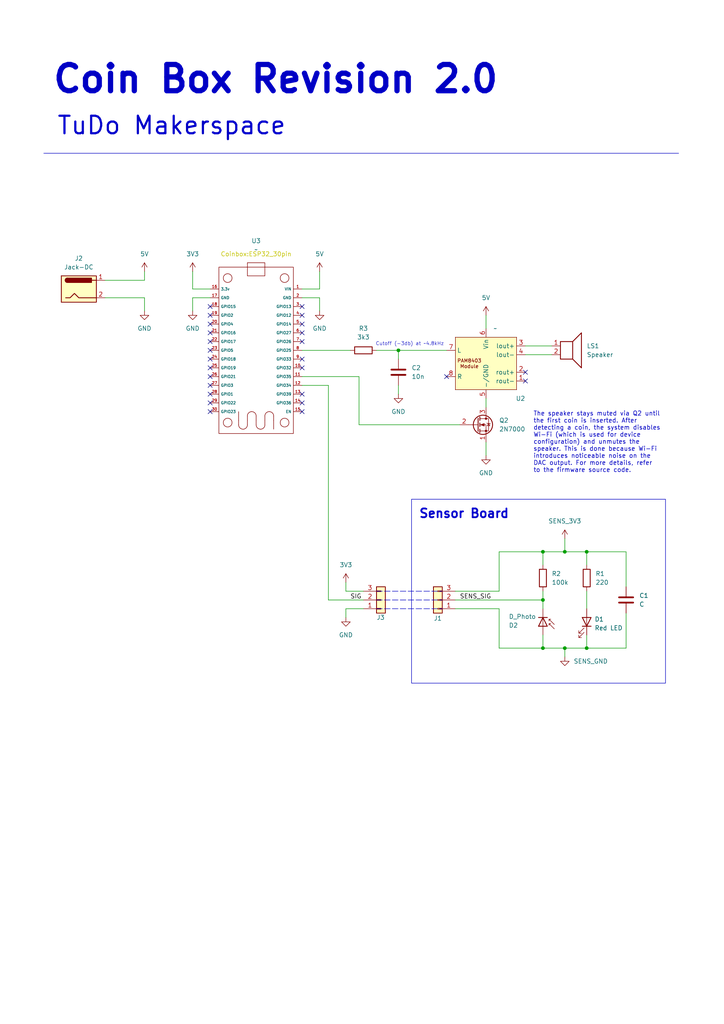
<source format=kicad_sch>
(kicad_sch (version 20250114) (generator "eeschema") (generator_version "9.0")
  (paper "A4" portrait)
  (title_block (title "Coin Box") (date "2025-07-20") (rev "2.0") (company "TuDo Makerspace"))
  (lib_symbols
    (symbol "CoinBoxV2Lib:ESP32_30Pin"
      (property "Reference" "U" (at 0 0 0))
      (property "Footprint" "ESP32_30pin" (at 0 -2.54 0))
      (symbol "ESP32_30Pin_0_1"
        (rectangle (start -24.13 10.795) (end 24.13 -10.795))
        (polyline (pts (xy -21.59 5.08) (xy -20.32 5.08)))
        (polyline (pts (xy -21.59 2.54) (xy -20.32 2.54)))
        (polyline (pts (xy -21.59 0) (xy -20.32 0)))
        (polyline (pts (xy -21.59 -2.54) (xy -20.32 -2.54)))
        (arc (start -21.5975 2.5325) (mid -22.4933 2.9067) (end -22.8675 3.8025))
        (arc (start -21.5975 -2.5475) (mid -22.4933 -2.1733) (end -22.8675 -1.2775))
        (arc (start -22.86 3.81) (mid -22.4873 4.7073) (end -21.59 5.08))
        (arc (start -22.86 -1.27) (mid -22.4873 -0.3727) (end -21.59 0))
        (circle (center -20.955 8.255) (radius 1.27))
        (circle (center -20.955 -8.255) (radius 1.27))
        (polyline (pts (xy -20.32 5.08) (xy -17.78 5.08)))
        (polyline (pts (xy -20.32 -5.08) (xy -22.86 -5.08)))
        (arc (start -17.7775 1.2675) (mid -18.1502 0.3702) (end -19.0475 -0.0025))
        (arc (start -17.7775 -3.8125) (mid -18.1502 -4.7098) (end -19.0475 -5.0825))
        (arc (start -19.04 2.545) (mid -18.1442 2.1708) (end -17.77 1.275))
        (arc (start -19.04 -2.535) (mid -18.1442 -2.9092) (end -17.77 -3.805))
        (polyline (pts (xy -19.0475 2.5375) (xy -20.3175 2.5375)))
        (polyline (pts (xy -19.0475 -0.0025) (xy -20.3175 -0.0025)))
        (polyline (pts (xy -19.0475 -2.5425) (xy -20.3175 -2.5425)))
        (polyline (pts (xy -19.0475 -5.0825) (xy -20.3175 -5.0825)))
        (circle (center 20.955 8.255) (radius 1.27))
        (circle (center 20.955 -8.255) (radius 1.27))
        (rectangle (start 21.59 2.54) (end 25.4 -2.54))
      )
      (symbol "ESP32_30Pin_1_1"
        (pin bidirectional line (at -17.78 13.335 270) (length 2.54) (name "GPIO23") (number "30"))
        (pin bidirectional line (at -17.78 -13.335 90) (length 2.54) (name "EN") (number "15"))
        (pin bidirectional line (at -15.24 13.335 270) (length 2.54) (name "GPIO22") (number "29"))
        (pin bidirectional line (at -15.24 -13.335 90) (length 2.54) (name "GPIO36") (number "14"))
        (pin bidirectional line (at -12.7 13.335 270) (length 2.54) (name "GPIO1") (number "28"))
        (pin bidirectional line (at -12.7 -13.335 90) (length 2.54) (name "GPIO39") (number "13"))
        (pin bidirectional line (at -10.16 13.335 270) (length 2.54) (name "GPIO3") (number "27"))
        (pin bidirectional line (at -10.16 -13.335 90) (length 2.54) (name "GPIO34") (number "12"))
        (pin bidirectional line (at -7.62 13.335 270) (length 2.54) (name "GPIO21") (number "26"))
        (pin bidirectional line (at -7.62 -13.335 90) (length 2.54) (name "GPIO35") (number "11"))
        (pin bidirectional line (at -5.08 13.335 270) (length 2.54) (name "GPIO19") (number "25"))
        (pin bidirectional line (at -5.08 -13.335 90) (length 2.54) (name "GPIO32") (number "10"))
        (pin bidirectional line (at -2.54 13.335 270) (length 2.54) (name "GPIO18") (number "24"))
        (pin bidirectional line (at -2.54 -13.335 90) (length 2.54) (name "GPIO33") (number "9"))
        (pin bidirectional line (at 0 13.335 270) (length 2.54) (name "GPIO5") (number "23"))
        (pin bidirectional line (at 0 -13.335 90) (length 2.54) (name "GPIO25") (number "8"))
        (pin bidirectional line (at 2.54 13.335 270) (length 2.54) (name "GPIO17") (number "22"))
        (pin bidirectional line (at 2.54 -13.335 90) (length 2.54) (name "GPIO26") (number "7"))
        (pin bidirectional line (at 5.08 13.335 270) (length 2.54) (name "GPIO16") (number "21"))
        (pin bidirectional line (at 5.08 -13.335 90) (length 2.54) (name "GPIO27") (number "6"))
        (pin bidirectional line (at 7.62 13.335 270) (length 2.54) (name "GPIO4") (number "20"))
        (pin bidirectional line (at 7.62 -13.335 90) (length 2.54) (name "GPIO14") (number "5"))
        (pin bidirectional line (at 10.16 13.335 270) (length 2.54) (name "GPIO2") (number "19"))
        (pin bidirectional line (at 10.16 -13.335 90) (length 2.54) (name "GPIO12") (number "4"))
        (pin bidirectional line (at 12.7 13.335 270) (length 2.54) (name "GPIO15") (number "18"))
        (pin bidirectional line (at 12.7 -13.335 90) (length 2.54) (name "GPIO13") (number "3"))
        (pin power_in line (at 15.24 13.335 270) (length 2.54) (name "GND") (number "17"))
        (pin bidirectional line (at 15.24 -13.335 90) (length 2.54) (name "GND") (number "2"))
        (pin output line (at 17.78 13.335 270) (length 2.54) (name "3.3v") (number "16"))
        (pin power_out line (at 17.78 -13.335 90) (length 2.54) (name "VIN") (number "1"))
      )
    )
    (symbol "CoinBoxV2Lib:PAM8403_Breakout"
      (property "Reference" "U" (at 7.62 -9.652 0))
      (symbol "PAM8403_Breakout_1_1"
        (rectangle (start -8.89 7.62) (end 8.89 -7.62) (fill (type color) (color 255 255 194 1)))
        (text "PAM8403\nModule" (at -4.826 0 0) (effects (font (size 1.016 1.016))))
        (pin input line (at -11.43 3.81 0) (length 2.54) (name "L") (number "7"))
        (pin input line (at -11.43 -3.81 0) (length 2.54) (name "R") (number "8"))
        (pin power_in line (at 0 10.16 270) (length 2.54) (name "Vin") (number "6"))
        (pin power_out line (at 0 -10.16 90) (length 2.54) (name "-/GND") (number "5"))
        (pin output line (at 11.43 5.08 180) (length 2.54) (name "lout+") (number "3"))
        (pin output line (at 11.43 2.54 180) (length 2.54) (name "lout-") (number "4"))
        (pin output line (at 11.43 -2.54 180) (length 2.54) (name "rout+") (number "2"))
        (pin output line (at 11.43 -5.08 180) (length 2.54) (name "rout-") (number "1"))
      )
    )
    (symbol "Connector:Jack-DC" (pin_names (offset 1.016))
      (property "Reference" "J" (at 0 5.334 0))
      (property "Value" "Jack-DC" (at 0 -5.08 0))
      (symbol "Jack-DC_0_1"
        (rectangle (start -5.08 3.81) (end 5.08 -3.81) (stroke (width 0.254)) (fill (type background)))
        (polyline (pts (xy -3.81 -2.54) (xy -2.54 -2.54) (xy -1.27 -1.27) (xy 0 -2.54) (xy 2.54 -2.54) (xy 5.08 -2.54)) (stroke (width 0.254)))
        (arc (start -3.302 1.905) (mid -3.9343 2.54) (end -3.302 3.175) (stroke (width 0.254)))
        (arc (start -3.302 1.905) (mid -3.9343 2.54) (end -3.302 3.175) (stroke (width 0.254)) (fill (type outline)))
        (rectangle (start 3.683 3.175) (end -3.302 1.905) (stroke (width 0.254)) (fill (type outline)))
        (polyline (pts (xy 5.08 2.54) (xy 3.81 2.54)) (stroke (width 0.254)))
      )
      (symbol "Jack-DC_1_1"
        (pin passive line (at 7.62 2.54 180) (length 2.54) (name "~") (number "1"))
        (pin passive line (at 7.62 -2.54 180) (length 2.54) (name "~") (number "2"))
      )
    )
    (symbol "Connector_Generic:Conn_01x03" (pin_names (offset 1.016) (hide yes))
      (property "Reference" "J" (at 0 5.08 0))
      (property "Value" "Conn_01x03" (at 0 -5.08 0))
      (symbol "Conn_01x03_1_1"
        (rectangle (start -1.27 3.81) (end 1.27 -3.81) (stroke (width 0.254)) (fill (type background)))
        (rectangle (start -1.27 2.667) (end 0 2.413) (stroke (width 0.1524)))
        (rectangle (start -1.27 0.127) (end 0 -0.127) (stroke (width 0.1524)))
        (rectangle (start -1.27 -2.413) (end 0 -2.667) (stroke (width 0.1524)))
        (pin passive line (at -5.08 2.54 0) (length 3.81) (name "Pin_1") (number "1"))
        (pin passive line (at -5.08 0 0) (length 3.81) (name "Pin_2") (number "2"))
        (pin passive line (at -5.08 -2.54 0) (length 3.81) (name "Pin_3") (number "3"))
      )
    )
    (symbol "Device:C" (pin_numbers (hide yes)) (pin_names (offset 0.254))
      (property "Reference" "C" (at 0.635 2.54 0))
      (property "Value" "C" (at 0.635 -2.54 0))
      (symbol "C_0_1"
        (polyline (pts (xy -2.032 0.762) (xy 2.032 0.762)) (stroke (width 0.508)))
        (polyline (pts (xy -2.032 -0.762) (xy 2.032 -0.762)) (stroke (width 0.508)))
      )
      (symbol "C_1_1"
        (pin passive line (at 0 3.81 270) (length 2.794) (name "~") (number "1"))
        (pin passive line (at 0 -3.81 90) (length 2.794) (name "~") (number "2"))
      )
    )
    (symbol "Device:D_Photo" (pin_numbers (hide yes)) (pin_names (hide yes))
      (property "Reference" "D" (at 0.508 1.778 0))
      (property "Value" "D_Photo" (at -1.016 -2.794 0))
      (symbol "D_Photo_0_1"
        (polyline (pts (xy -2.54 1.27) (xy -2.54 -1.27)) (stroke (width 0.254)))
        (polyline (pts (xy -2.032 1.778) (xy -1.524 1.778)))
        (polyline (pts (xy -0.508 3.302) (xy -2.032 1.778) (xy -2.032 2.286)))
        (polyline (pts (xy 0 0) (xy -2.54 0)))
        (polyline (pts (xy 0 -1.27) (xy 0 1.27) (xy -2.54 0) (xy 0 -1.27)) (stroke (width 0.254)))
        (polyline (pts (xy 0.762 3.302) (xy -0.762 1.778) (xy -0.762 2.286) (xy -0.762 1.778) (xy -0.254 1.778)))
      )
      (symbol "D_Photo_1_1"
        (pin passive line (at -5.08 0 0) (length 2.54) (name "K") (number "1"))
        (pin passive line (at 2.54 0 180) (length 2.54) (name "A") (number "2"))
      )
    )
    (symbol "Device:LED" (pin_numbers (hide yes)) (pin_names (offset 1.016) (hide yes))
      (property "Reference" "D" (at 0 2.54 0))
      (property "Value" "LED" (at 0 -2.54 0))
      (symbol "LED_0_1"
        (polyline (pts (xy -3.048 -0.762) (xy -4.572 -2.286) (xy -3.81 -2.286) (xy -4.572 -2.286) (xy -4.572 -1.524)))
        (polyline (pts (xy -1.778 -0.762) (xy -3.302 -2.286) (xy -2.54 -2.286) (xy -3.302 -2.286) (xy -3.302 -1.524)))
        (polyline (pts (xy -1.27 0) (xy 1.27 0)))
        (polyline (pts (xy -1.27 -1.27) (xy -1.27 1.27)) (stroke (width 0.254)))
        (polyline (pts (xy 1.27 -1.27) (xy 1.27 1.27) (xy -1.27 0) (xy 1.27 -1.27)) (stroke (width 0.254)))
      )
      (symbol "LED_1_1"
        (pin passive line (at -3.81 0 0) (length 2.54) (name "K") (number "1"))
        (pin passive line (at 3.81 0 180) (length 2.54) (name "A") (number "2"))
      )
    )
    (symbol "Device:R" (pin_numbers (hide yes)) (pin_names (offset 0))
      (property "Reference" "R" (at 2.032 0 90))
      (property "Value" "R" (at 0 0 90))
      (symbol "R_0_1"
        (rectangle (start -1.016 -2.54) (end 1.016 2.54) (stroke (width 0.254)))
      )
      (symbol "R_1_1"
        (pin passive line (at 0 3.81 270) (length 1.27) (name "~") (number "1"))
        (pin passive line (at 0 -3.81 90) (length 1.27) (name "~") (number "2"))
      )
    )
    (symbol "Device:Speaker" (pin_names (offset 0) (hide yes))
      (property "Reference" "LS" (at 1.27 5.715 0))
      (property "Value" "Speaker" (at 1.27 3.81 0))
      (symbol "Speaker_0_0"
        (rectangle (start -2.54 1.27) (end 1.016 -3.81) (stroke (width 0.254)))
        (polyline (pts (xy 1.016 1.27) (xy 3.556 3.81) (xy 3.556 -6.35) (xy 1.016 -3.81)) (stroke (width 0.254)))
      )
      (symbol "Speaker_1_1"
        (pin input line (at -5.08 0 0) (length 2.54) (name "1") (number "1"))
        (pin input line (at -5.08 -2.54 0) (length 2.54) (name "2") (number "2"))
      )
    )
    (symbol "Transistor_FET:2N7000" (pin_names (hide yes))
      (property "Reference" "Q" (at 5.08 1.905 0))
      (property "Value" "2N7000" (at 5.08 0 0))
      (symbol "2N7000_0_1"
        (polyline (pts (xy 0.254 1.905) (xy 0.254 -1.905)) (stroke (width 0.254)))
        (polyline (pts (xy 0.254 0) (xy -2.54 0)))
        (polyline (pts (xy 0.762 2.286) (xy 0.762 1.27)) (stroke (width 0.254)))
        (polyline (pts (xy 0.762 0.508) (xy 0.762 -0.508)) (stroke (width 0.254)))
        (polyline (pts (xy 0.762 -1.27) (xy 0.762 -2.286)) (stroke (width 0.254)))
        (polyline (pts (xy 0.762 -1.778) (xy 3.302 -1.778) (xy 3.302 1.778) (xy 0.762 1.778)))
        (polyline (pts (xy 1.016 0) (xy 2.032 0.381) (xy 2.032 -0.381) (xy 1.016 0)) (fill (type outline)))
        (circle (center 1.651 0) (radius 2.794) (stroke (width 0.254)))
        (polyline (pts (xy 2.54 2.54) (xy 2.54 1.778)))
        (circle (center 2.54 1.778) (radius 0.254) (fill (type outline)))
        (circle (center 2.54 -1.778) (radius 0.254) (fill (type outline)))
        (polyline (pts (xy 2.54 -2.54) (xy 2.54 0) (xy 0.762 0)))
        (polyline (pts (xy 2.794 0.508) (xy 2.921 0.381) (xy 3.683 0.381) (xy 3.81 0.254)))
        (polyline (pts (xy 3.302 0.381) (xy 2.921 -0.254) (xy 3.683 -0.254) (xy 3.302 0.381)))
      )
      (symbol "2N7000_1_1"
        (pin input line (at -5.08 0 0) (length 2.54) (name "G") (number "2"))
        (pin passive line (at 2.54 5.08 270) (length 2.54) (name "D") (number "3"))
        (pin passive line (at 2.54 -5.08 90) (length 2.54) (name "S") (number "1"))
      )
    )
    (symbol "power:GND" (power) (pin_numbers (hide yes)) (pin_names (offset 0) (hide yes))
      (property "Value" "GND" (at 0 -3.81 0))
      (symbol "GND_0_1"
        (polyline (pts (xy 0 0) (xy 0 -1.27) (xy 1.27 -1.27) (xy 0 -2.54) (xy -1.27 -1.27) (xy 0 -1.27)))
      )
      (symbol "GND_1_1"
        (pin power_in line (at 0 0 270) (length 0) (name "~") (number "1"))
      )
    )
    (symbol "power:VCC" (power) (pin_numbers (hide yes)) (pin_names (offset 0) (hide yes))
      (property "Value" "VCC" (at 0 3.556 0))
      (symbol "VCC_0_1"
        (polyline (pts (xy -0.762 1.27) (xy 0 2.54)))
        (polyline (pts (xy 0 2.54) (xy 0.762 1.27)))
        (polyline (pts (xy 0 0) (xy 0 2.54)))
      )
      (symbol "VCC_1_1"
        (pin power_in line (at 0 0 90) (length 0) (name "~") (number "1"))
      )
    )
  )
  (rectangle (start 119.38 144.78) (end 193.04 198.12))
  (polyline (pts (xy 167.0769 22.1962) (xy 169.9662 22.7917) (xy 170.8928 23.0134) (xy 171.1379 23.09) (xy 171.1949 23.1178) (xy 171.2039 23.1378) (xy 171.1876 23.1577) (xy 171.1707 23.185) (xy 171.1355 23.2598) (xy 171.0988 23.3579) (xy 171.0612 23.4752) (xy 170.9858 23.7503) (xy 170.9137 24.0511) (xy 170.8497 24.344) (xy 170.7982 24.595) (xy 170.7515 24.8364) (xy 168.9973 25.0071) (xy 169.0059 25.3978) (xy 168.9941 26.0401) (xy 168.9328 27.7053) (xy 168.8267 29.9363) (xy 167.1241 30.6149) (xy 167.0551 29.7131) (xy 166.9773 28.8951) (xy 166.8926 28.1576) (xy 166.8027 27.497) (xy 166.7096 26.9096) (xy 166.6149 26.392) (xy 166.4285 25.5518) (xy 166.2581 24.9478) (xy 166.1184 24.5517) (xy 165.989 24.2689) (xy 164.0681 23.7609) (xy 162.8219 21.3797) (xy 167.0769 22.1962)) (stroke (width -0.0001) (type solid)) (fill (type outline)))
  (polyline (pts (xy 190.25 28.0868) (xy 186.2376 33.1708) (xy 180.6575 31.4166) (xy 172.5255 32.6747) (xy 172.5046 32.7334) (xy 172.4794 32.7875) (xy 172.4501 32.837) (xy 172.4171 32.8819) (xy 172.3807 32.9224) (xy 172.3413 32.9584) (xy 172.2991 32.99) (xy 172.2546 33.0173) (xy 172.208 33.0402) (xy 172.1597 33.059) (xy 172.11 33.0735) (xy 172.0593 33.0838) (xy 172.0078 33.09) (xy 171.956 33.0922) (xy 171.904 33.0903) (xy 171.8523 33.0845) (xy 171.8012 33.0747) (xy 171.7511 33.0611) (xy 171.7022 33.0436) (xy 171.6548 33.0223) (xy 171.6094 32.9973) (xy 171.5663 32.9685) (xy 171.5257 32.9362) (xy 171.488 32.9002) (xy 171.4536 32.8607) (xy 171.4227 32.8176) (xy 171.3957 32.7711) (xy 171.373 32.7212) (xy 171.3548 32.6679) (xy 171.3415 32.6112) (xy 171.3335 32.5513) (xy 171.3311 32.4917) (xy 171.7308 32.4917) (xy 171.7316 32.5122) (xy 171.7341 32.5325) (xy 171.7382 32.5525) (xy 171.744 32.572) (xy 171.7514 32.5909) (xy 171.7605 32.6089) (xy 171.7712 32.6258) (xy 171.7836 32.6417) (xy 171.7977 32.6562) (xy 171.8133 32.6692) (xy 171.8307 32.6805) (xy 171.8497 32.69) (xy 171.8703 32.6975) (xy 171.8926 32.7029) (xy 171.9165 32.7059) (xy 171.9421 32.7065) (xy 171.9677 32.7056) (xy 171.9917 32.7022) (xy 172.0139 32.6965) (xy 172.0346 32.6887) (xy 172.0536 32.6789) (xy 172.0709 32.6673) (xy 172.0866 32.6541) (xy 172.1006 32.6394) (xy 172.113 32.6234) (xy 172.1237 32.6063) (xy 172.1328 32.5882) (xy 172.1403 32.5692) (xy 172.146 32.5497) (xy 172.1502 32.5296) (xy 172.1526 32.5092) (xy 172.1535 32.4887) (xy 172.1526 32.4682) (xy 172.1502 32.4478) (xy 172.146 32.4278) (xy 172.1403 32.4083) (xy 172.1328 32.3895) (xy 172.1237 32.3715) (xy 172.113 32.3545) (xy 172.1006 32.3387) (xy 172.0866 32.3242) (xy 172.0709 32.3112) (xy 172.0536 32.2999) (xy 172.0346 32.2903) (xy 172.0139 32.2828) (xy 171.9917 32.2775) (xy 171.9677 32.2744) (xy 171.9421 32.2739) (xy 171.9165 32.2748) (xy 171.8926 32.2782) (xy 171.8703 32.2838) (xy 171.8497 32.2916) (xy 171.8307 32.3014) (xy 171.8133 32.313) (xy 171.7977 32.3262) (xy 171.7836 32.3409) (xy 171.7712 32.3569) (xy 171.7605 32.374) (xy 171.7514 32.3922) (xy 171.744 32.4111) (xy 171.7382 32.4307) (xy 171.7341 32.4507) (xy 171.7316 32.4711) (xy 171.7308 32.4917) (xy 171.3311 32.4917) (xy 171.3309 32.4882) (xy 171.3323 32.4268) (xy 171.3393 32.3684) (xy 171.3516 32.3131) (xy 171.3687 32.2609) (xy 171.3905 32.2118) (xy 171.4165 32.166) (xy 171.4465 32.1234) (xy 171.4801 32.0841) (xy 171.5169 32.0482) (xy 171.5568 32.0158) (xy 171.5992 31.9868) (xy 171.644 31.9613) (xy 171.6907 31.9395) (xy 171.7391 31.9212) (xy 171.7888 31.9067) (xy 171.8394 31.8959) (xy 171.8908 31.8888) (xy 171.9425 31.8856) (xy 171.9941 31.8864) (xy 172.0455 31.891) (xy 172.0962 31.8997) (xy 172.146 31.9124) (xy 172.1944 31.9292) (xy 172.2412 31.9502) (xy 172.2861 31.9754) (xy 172.3286 32.0048) (xy 172.3686 32.0386) (xy 172.4056 32.0767) (xy 172.4393 32.1192) (xy 172.4694 32.1662) (xy 172.4956 32.2178) (xy 172.5176 32.2739) (xy 180.6892 31.0078) (xy 186.0947 32.7104) (xy 189.8372 27.9598) (xy 189.103 19.5818) (xy 183.0507 21.6059) (xy 183.0563 21.6829) (xy 183.0541 21.7554) (xy 183.0447 21.8235) (xy 183.0284 21.887) (xy 183.0059 21.9459) (xy 182.9776 22.0002) (xy 182.9439 22.0499) (xy 182.9055 22.0949) (xy 182.8627 22.1352) (xy 182.8162 22.1707) (xy 182.7663 22.2015) (xy 182.7136 22.2275) (xy 182.6586 22.2486) (xy 182.6018 22.2648) (xy 182.5436 22.2762) (xy 182.4846 22.2825) (xy 182.4253 22.284) (xy 182.3661 22.2804) (xy 182.3076 22.2717) (xy 182.2502 22.258) (xy 182.1945 22.2392) (xy 182.1409 22.2152) (xy 182.09 22.1861) (xy 182.0422 22.1517) (xy 181.998 22.1121) (xy 181.958 22.0672) (xy 181.9225 22.017) (xy 181.8923 21.9615) (xy 181.8676 21.9006) (xy 181.849 21.8343) (xy 181.8371 21.7625) (xy 181.8325 21.6887) (xy 182.2361 21.6887) (xy 182.2369 21.7092) (xy 182.2394 21.7296) (xy 182.2435 21.7496) (xy 182.2493 21.7691) (xy 182.2567 21.7879) (xy 182.2658 21.8059) (xy 182.2765 21.8229) (xy 182.2889 21.8387) (xy 182.3029 21.8532) (xy 182.3186 21.8662) (xy 182.336 21.8776) (xy 182.3549 21.8871) (xy 182.3756 21.8946) (xy 182.3979 21.8999) (xy 182.4218 21.903) (xy 182.4474 21.9035) (xy 182.473 21.903) (xy 182.4969 21.8999) (xy 182.5192 21.8946) (xy 182.5399 21.8871) (xy 182.5589 21.8776) (xy 182.5762 21.8662) (xy 182.5919 21.8532) (xy 182.6059 21.8387) (xy 182.6183 21.8229) (xy 182.629 21.8059) (xy 182.6381 21.7879) (xy 182.6455 21.7691) (xy 182.6513 21.7496) (xy 182.6554 21.7296) (xy 182.6579 21.7092) (xy 182.6587 21.6887) (xy 182.6579 21.6682) (xy 182.6554 21.6478) (xy 182.6513 21.6277) (xy 182.6455 21.6082) (xy 182.6381 21.5892) (xy 182.629 21.5711) (xy 182.6183 21.554) (xy 182.6059 21.538) (xy 182.5919 21.5233) (xy 182.5762 21.5101) (xy 182.5589 21.4985) (xy 182.5399 21.4887) (xy 182.5192 21.4809) (xy 182.4969 21.4752) (xy 182.473 21.4719) (xy 182.4474 21.4709) (xy 182.4218 21.4719) (xy 182.3979 21.4752) (xy 182.3756 21.4809) (xy 182.3549 21.4887) (xy 182.336 21.4985) (xy 182.3186 21.5101) (xy 182.3029 21.5233) (xy 182.2889 21.538) (xy 182.2765 21.554) (xy 182.2658 21.5711) (xy 182.2567 21.5892) (xy 182.2493 21.6082) (xy 182.2435 21.6277) (xy 182.2394 21.6478) (xy 182.2369 21.6682) (xy 182.2361 21.6887) (xy 181.8325 21.6887) (xy 181.8322 21.6852) (xy 181.8328 21.6368) (xy 181.8373 21.5899) (xy 181.8457 21.5444) (xy 181.8576 21.5006) (xy 181.8729 21.4585) (xy 181.8914 21.4181) (xy 181.9129 21.3796) (xy 181.9372 21.343) (xy 181.9642 21.3084) (xy 181.9936 21.2759) (xy 182.0253 21.2456) (xy 182.059 21.2175) (xy 182.0947 21.1917) (xy 182.1319 21.1683) (xy 182.1707 21.1475) (xy 182.2108 21.1291) (xy 182.2519 21.1134) (xy 182.294 21.1005) (xy 182.3368 21.0903) (xy 182.3802 21.083) (xy 182.4238 21.0787) (xy 182.4677 21.0774) (xy 182.5114 21.0792) (xy 182.555 21.0842) (xy 182.5981 21.0924) (xy 182.6406 21.1041) (xy 182.6823 21.1191) (xy 182.723 21.1377) (xy 182.7626 21.1599) (xy 182.8007 21.1857) (xy 182.8373 21.2153) (xy 182.8721 21.2487) (xy 189.4602 19.05) (xy 190.25 28.0868)) (stroke (width -0.0001) (type solid)) (fill (type outline)))
  (polyline (pts (xy 186.7018 21.7532) (xy 186.8445 21.7838) (xy 186.9756 21.8239) (xy 187.0963 21.8777) (xy 187.2076 21.9493) (xy 187.2602 21.9929) (xy 187.3109 22.0425) (xy 187.3599 22.0985) (xy 187.4074 22.1615) (xy 187.4981 22.3103) (xy 187.5844 22.4928) (xy 187.6674 22.7132) (xy 187.7483 22.9753) (xy 187.8283 23.2834) (xy 187.9087 23.6413) (xy 187.9905 24.0531) (xy 188.0751 24.5229) (xy 188.212 25.2752) (xy 188.2895 25.9804) (xy 188.3114 26.6389) (xy 188.2812 27.2514) (xy 188.2026 27.8185) (xy 188.0792 28.3407) (xy 187.9148 28.8188) (xy 187.7129 29.2533) (xy 187.4773 29.6447) (xy 187.2116 29.9938) (xy 186.9194 30.301) (xy 186.6045 30.567) (xy 186.2704 30.7925) (xy 185.9208 30.9779) (xy 185.5594 31.1239) (xy 185.1898 31.2311) (xy 184.8157 31.3001) (xy 184.4408 31.3315) (xy 184.0686 31.3258) (xy 183.703 31.2838) (xy 183.3474 31.206) (xy 183.0056 31.0929) (xy 182.6812 30.9453) (xy 182.378 30.7636) (xy 182.0994 30.5486) (xy 181.8493 30.3007) (xy 181.6312 30.0207) (xy 181.4488 29.709) (xy 181.3058 29.3663) (xy 181.2059 28.9932) (xy 181.1526 28.5904) (xy 181.1496 28.1583) (xy 181.0424 28.2901) (xy 180.901 28.4354) (xy 180.7299 28.592) (xy 180.5337 28.7576) (xy 180.3168 28.9299) (xy 180.084 29.1067) (xy 179.5884 29.4645) (xy 179.0834 29.8128) (xy 178.6052 30.1334) (xy 177.8754 30.6189) (xy 177.8168 30.656) (xy 177.7578 30.6894) (xy 177.6986 30.7193) (xy 177.6394 30.7457) (xy 177.5802 30.7689) (xy 177.5213 30.789) (xy 177.4628 30.8063) (xy 177.4048 30.8208) (xy 177.3475 30.8327) (xy 177.2909 30.8422) (xy 177.2354 30.8495) (xy 177.1809 30.8548) (xy 177.1277 30.8581) (xy 177.0759 30.8598) (xy 176.977 30.8585) (xy 176.8854 30.8524) (xy 176.8023 30.8427) (xy 176.7287 30.8309) (xy 176.666 30.8181) (xy 176.6152 30.8059) (xy 176.5774 30.7955) (xy 176.5459 30.7856) (xy 175.4584 25.9398) (xy 177.5341 25.9398) (xy 178.3556 28.2694) (xy 178.725 28.1686) (xy 179.0522 28.0679) (xy 179.3389 27.9676) (xy 179.5868 27.8677) (xy 179.7974 27.7684) (xy 179.9726 27.67) (xy 180.1139 27.5725) (xy 180.223 27.4762) (xy 180.3017 27.3812) (xy 180.3515 27.2877) (xy 180.3742 27.1958) (xy 180.3714 27.1057) (xy 180.3447 27.0176) (xy 180.2959 26.9316) (xy 180.2267 26.8479) (xy 180.1386 26.7667) (xy 180.0334 26.6882) (xy 179.9127 26.6124) (xy 179.6316 26.47) (xy 179.3087 26.3408) (xy 179.1255 26.2811) (xy 183.2808 26.2811) (xy 183.2877 26.3802) (xy 183.3064 26.4774) (xy 183.3362 26.5724) (xy 183.3765 26.6651) (xy 183.4267 26.7554) (xy 183.4861 26.8429) (xy 183.5541 26.9277) (xy 183.6301 27.0095) (xy 183.7134 27.0882) (xy 183.8033 27.1635) (xy 183.8992 27.2354) (xy 184.0005 27.3036) (xy 184.2167 27.4284) (xy 184.4467 27.5367) (xy 184.6853 27.627) (xy 184.9274 27.6981) (xy 185.1679 27.7487) (xy 185.4016 27.7773) (xy 185.5144 27.783) (xy 185.6235 27.7828) (xy 185.7283 27.7763) (xy 185.8283 27.7636) (xy 185.9226 27.7444) (xy 186.0108 27.7186) (xy 186.0922 27.6859) (xy 186.1661 27.6463) (xy 186.225 27.587) (xy 186.2767 27.5183) (xy 186.3212 27.441) (xy 186.3588 27.3557) (xy 186.3894 27.2633) (xy 186.4132 27.1644) (xy 186.4303 27.0599) (xy 186.4408 26.9505) (xy 186.4448 26.8369) (xy 186.4423 26.7199) (xy 186.4335 26.6002) (xy 186.4185 26.4785) (xy 186.3974 26.3558) (xy 186.3702 26.2326) (xy 186.3371 26.1097) (xy 186.2981 25.9879) (xy 186.2534 25.8679) (xy 186.203 25.7505) (xy 186.1471 25.6364) (xy 186.0857 25.5264) (xy 186.019 25.4212) (xy 185.9471 25.3216) (xy 185.8699 25.2283) (xy 185.7877 25.1421) (xy 185.7006 25.0637) (xy 185.6085 24.9939) (xy 185.5117 24.9333) (xy 185.4103 24.8829) (xy 185.3042 24.8433) (xy 185.1937 24.8152) (xy 185.0788 24.7994) (xy 184.9596 24.7968) (xy 184.8857 24.8016) (xy 184.8115 24.8101) (xy 184.7372 24.8221) (xy 184.6629 24.8376) (xy 184.5887 24.8564) (xy 184.5149 24.8785) (xy 184.4417 24.9038) (xy 184.3691 24.9321) (xy 184.2975 24.9634) (xy 184.2268 24.9976) (xy 184.1574 25.0346) (xy 184.0894 25.0742) (xy 184.0229 25.1164) (xy 183.9582 25.1611) (xy 183.8953 25.2082) (xy 183.8345 25.2576) (xy 183.7759 25.3092) (xy 183.7197 25.3629) (xy 183.6661 25.4186) (xy 183.6153 25.4762) (xy 183.5673 25.5356) (xy 183.5225 25.5967) (xy 183.4809 25.6595) (xy 183.4427 25.7238) (xy 183.4081 25.7895) (xy 183.3773 25.8565) (xy 183.3504 25.9247) (xy 183.3276 25.9941) (xy 183.3091 26.0645) (xy 183.295 26.1359) (xy 183.2855 26.2081) (xy 183.2808 26.2811) (xy 179.1255 26.2811) (xy 178.9573 26.2262) (xy 178.5907 26.1274) (xy 178.2225 26.0459) (xy 177.8658 25.9829) (xy 177.5341 25.9398) (xy 175.4584 25.9398) (xy 175.006 23.9236) (xy 175.2582 24.0471) (xy 175.5103 24.1618) (xy 176.0125 24.3669) (xy 176.5105 24.543) (xy 177.0021 24.6938) (xy 177.4851 24.8233) (xy 177.9572 24.9355) (xy 178.8602 25.1232) (xy 179.6934 25.2882) (xy 180.0783 25.372) (xy 180.4392 25.4618) (xy 180.7738 25.5615) (xy 181.0799 25.6751) (xy 181.2217 25.7384) (xy 181.3555 25.8065) (xy 181.481 25.8801) (xy 181.5981 25.9596) (xy 181.7882 25.5327) (xy 181.9991 25.1178) (xy 182.2293 24.7172) (xy 182.4775 24.3327) (xy 182.7425 23.9663) (xy 183.0228 23.62) (xy 183.3171 23.2959) (xy 183.6241 22.9959) (xy 183.9425 22.7221) (xy 184.2709 22.4764) (xy 184.6079 22.2608) (xy 184.7793 22.165) (xy 184.9523 22.0774) (xy 185.1268 21.9984) (xy 185.3027 21.9281) (xy 185.4797 21.8669) (xy 185.6577 21.815) (xy 185.8366 21.7726) (xy 186.0161 21.74) (xy 186.1961 21.7174) (xy 186.3765 21.7051) (xy 186.7018 21.7532)) (stroke (width -0.0001) (type solid)) (fill (type outline)))
  (polyline (pts (xy 174.5258 24.5993) (xy 174.809 25.5615) (xy 175.0772 26.5139) (xy 175.3018 27.3749) (xy 175.3889 27.7457) (xy 175.4545 28.063) (xy 175.5515 28.6136) (xy 175.5896 28.8711) (xy 175.6174 29.1169) (xy 175.6323 29.351) (xy 175.6317 29.5736) (xy 175.6129 29.7847) (xy 175.596 29.886) (xy 175.5735 29.9844) (xy 175.5453 30.08) (xy 175.5109 30.1728) (xy 175.47 30.2628) (xy 175.4224 30.35) (xy 175.3676 30.4344) (xy 175.3055 30.516) (xy 175.2355 30.5949) (xy 175.1576 30.6711) (xy 175.0712 30.7445) (xy 174.9761 30.8151) (xy 174.8719 30.8831) (xy 174.7584 30.9483) (xy 174.6352 31.0109) (xy 174.502 31.0707) (xy 174.3585 31.1279) (xy 174.2043 31.1825) (xy 174.0573 31.2261) (xy 173.9073 31.2603) (xy 173.7549 31.2855) (xy 173.6003 31.3017) (xy 173.4439 31.3092) (xy 173.2861 31.3082) (xy 173.1273 31.299) (xy 172.9678 31.2817) (xy 172.808 31.2566) (xy 172.6483 31.2239) (xy 172.3305 31.1367) (xy 172.0174 31.0217) (xy 171.7119 30.8808) (xy 171.4171 30.7158) (xy 171.1358 30.5282) (xy 170.871 30.3201) (xy 170.6257 30.093) (xy 170.4028 29.8489) (xy 170.3007 29.7209) (xy 170.2053 29.5894) (xy 170.117 29.4544) (xy 170.0361 29.3163) (xy 169.9631 29.1752) (xy 169.8982 29.0314) (xy 169.823 28.8123) (xy 169.7604 28.5858) (xy 169.7098 28.3534) (xy 169.6703 28.1161) (xy 169.6412 27.8752) (xy 169.6216 27.632) (xy 169.6108 27.3878) (xy 169.608 27.1438) (xy 169.6124 26.9012) (xy 169.6232 26.6613) (xy 169.661 26.1946) (xy 169.7151 25.7536) (xy 169.7792 25.3484) (xy 171.5373 24.9357) (xy 171.5827 25.5081) (xy 171.6504 26.1036) (xy 171.694 26.403) (xy 171.7449 26.7) (xy 171.8036 26.9916) (xy 171.8707 27.2752) (xy 171.9467 27.5481) (xy 172.0322 27.8073) (xy 172.1277 28.0503) (xy 172.2338 28.2742) (xy 172.3511 28.4764) (xy 172.4801 28.6539) (xy 172.5492 28.7326) (xy 172.6214 28.8041) (xy 172.6969 28.8681) (xy 172.7756 28.9242) (xy 172.8395 28.9523) (xy 172.9049 28.9762) (xy 172.9714 28.996) (xy 173.0388 29.0118) (xy 173.1071 29.0236) (xy 173.176 29.0316) (xy 173.2452 29.0357) (xy 173.3147 29.0361) (xy 173.3842 29.0327) (xy 173.4536 29.0257) (xy 173.5226 29.0151) (xy 173.5911 29.0011) (xy 173.6589 28.9835) (xy 173.7258 28.9626) (xy 173.7915 28.9384) (xy 173.8561 28.9109) (xy 173.9191 28.8802) (xy 173.9805 28.8463) (xy 174.04 28.8094) (xy 174.0976 28.7695) (xy 174.1529 28.7266) (xy 174.2058 28.6809) (xy 174.2561 28.6323) (xy 174.3037 28.581) (xy 174.3482 28.527) (xy 174.3897 28.4704) (xy 174.4277 28.4112) (xy 174.4623 28.3495) (xy 174.4931 28.2853) (xy 174.5201 28.2188) (xy 174.5429 28.15) (xy 174.5615 28.0789) (xy 174.5564 27.9615) (xy 174.5364 27.8472) (xy 174.5026 27.7352) (xy 174.4558 27.6252) (xy 174.3972 27.5166) (xy 174.3277 27.4087) (xy 174.2482 27.3011) (xy 174.1597 27.1932) (xy 173.9598 26.9743) (xy 173.7357 26.7475) (xy 173.4953 26.5085) (xy 173.2464 26.2528) (xy 172.9967 25.976) (xy 172.8741 25.8284) (xy 172.7542 25.6738) (xy 172.6381 25.5118) (xy 172.5266 25.3417) (xy 172.4209 25.1631) (xy 172.3218 24.9753) (xy 172.2304 24.7778) (xy 172.1476 24.5701) (xy 172.0744 24.3517) (xy 172.0118 24.1219) (xy 171.9607 23.8802) (xy 171.9221 23.6261) (xy 171.8971 23.3589) (xy 171.8866 23.0783) (xy 171.942 23.0731) (xy 172.0251 23.0541) (xy 172.1319 23.0231) (xy 172.2582 22.9816) (xy 172.5531 22.8742) (xy 172.8773 22.7454) (xy 173.1978 22.6086) (xy 173.4822 22.4772) (xy 173.6006 22.4178) (xy 173.6976 22.3647) (xy 173.7693 22.3197) (xy 173.8114 22.2845) (xy 174.5258 24.5993)) (stroke (width -0.0001) (type solid)) (fill (type outline)))
  (polyline (pts (xy 171.3984 21.7607) (xy 173.5058 20.6851) (xy 175.002 22.3163) (xy 179.9392 23.8125) (xy 179.9639 23.7597) (xy 179.9924 23.7114) (xy 180.0245 23.6676) (xy 180.0598 23.6282) (xy 180.098 23.5932) (xy 180.1388 23.5624) (xy 180.182 23.5358) (xy 180.2271 23.5134) (xy 180.2739 23.495) (xy 180.3221 23.4807) (xy 180.3714 23.4704) (xy 180.4214 23.464) (xy 180.472 23.4614) (xy 180.5226 23.4626) (xy 180.5732 23.4675) (xy 180.6233 23.4761) (xy 180.6726 23.4884) (xy 180.7209 23.5041) (xy 180.7678 23.5233) (xy 180.813 23.546) (xy 180.8563 23.572) (xy 180.8972 23.6013) (xy 180.9356 23.6339) (xy 180.9711 23.6696) (xy 181.0034 23.7085) (xy 181.0321 23.7504) (xy 181.0571 23.7953) (xy 181.0779 23.8431) (xy 181.0943 23.8938) (xy 181.106 23.9473) (xy 181.1126 24.0036) (xy 181.1139 24.0625) (xy 181.1109 24.1274) (xy 181.1022 24.1888) (xy 181.0882 24.2468) (xy 181.0691 24.3011) (xy 181.0453 24.3519) (xy 181.0172 24.3991) (xy 180.9851 24.4426) (xy 180.9494 24.4824) (xy 180.9104 24.5185) (xy 180.8684 24.5507) (xy 180.8239 24.5791) (xy 180.7772 24.6037) (xy 180.7285 24.6243) (xy 180.6783 24.641) (xy 180.6269 24.6537) (xy 180.5747 24.6623) (xy 180.5219 24.6669) (xy 180.469 24.6673) (xy 180.4163 24.6636) (xy 180.3641 24.6556) (xy 180.3129 24.6435) (xy 180.2629 24.627) (xy 180.2144 24.6062) (xy 180.1679 24.581) (xy 180.1237 24.5514) (xy 180.0821 24.5174) (xy 180.0435 24.4789) (xy 180.0082 24.4358) (xy 179.9766 24.3881) (xy 179.9491 24.3359) (xy 179.9259 24.2789) (xy 179.9074 24.2173) (xy 179.4091 24.066) (xy 180.2874 24.066) (xy 180.2882 24.0865) (xy 180.2907 24.1069) (xy 180.2948 24.1269) (xy 180.3006 24.1464) (xy 180.3081 24.1652) (xy 180.3171 24.1832) (xy 180.3279 24.2002) (xy 180.3402 24.216) (xy 180.3543 24.2305) (xy 180.37 24.2435) (xy 180.3873 24.2548) (xy 180.4063 24.2643) (xy 180.4269 24.2719) (xy 180.4492 24.2772) (xy 180.4732 24.2803) (xy 180.4987 24.2808) (xy 180.5243 24.2799) (xy 180.5483 24.2765) (xy 180.5706 24.2708) (xy 180.5912 24.263) (xy 180.6102 24.2533) (xy 180.6275 24.2417) (xy 180.6432 24.2285) (xy 180.6573 24.2138) (xy 180.6696 24.1978) (xy 180.6804 24.1806) (xy 180.6894 24.1625) (xy 180.6969 24.1436) (xy 180.7027 24.124) (xy 180.7068 24.1039) (xy 180.7093 24.0836) (xy 180.7101 24.063) (xy 180.7093 24.0425) (xy 180.7068 24.0222) (xy 180.7027 24.0022) (xy 180.6969 23.9827) (xy 180.6894 23.9638) (xy 180.6804 23.9458) (xy 180.6696 23.9288) (xy 180.6573 23.913) (xy 180.6432 23.8985) (xy 180.6275 23.8855) (xy 180.6102 23.8742) (xy 180.5912 23.8647) (xy 180.5706 23.8572) (xy 180.5483 23.8518) (xy 180.5243 23.8488) (xy 180.4987 23.8482) (xy 180.4732 23.8491) (xy 180.4492 23.8525) (xy 180.4269 23.8582) (xy 180.4063 23.866) (xy 180.3873 23.8758) (xy 180.37 23.8873) (xy 180.3543 23.9006) (xy 180.3402 23.9153) (xy 180.3279 23.9313) (xy 180.3171 23.9484) (xy 180.3081 23.9665) (xy 180.3006 23.9854) (xy 180.2948 24.005) (xy 180.2907 24.0251) (xy 180.2882 24.0455) (xy 180.2874 24.066) (xy 179.4091 24.066) (xy 174.7837 22.6616) (xy 173.4185 21.1733) (xy 171.446 22.1813) (xy 161.8496 19.812) (xy 163.1672 24.7055) (xy 165.2349 25.9358) (xy 165.2786 32.1866) (xy 168.2456 31.0589) (xy 169.0082 31.0589) (xy 169.0091 31.0795) (xy 169.0115 31.0998) (xy 169.0157 31.1198) (xy 169.0214 31.1393) (xy 169.0289 31.1581) (xy 169.0379 31.1761) (xy 169.0487 31.1931) (xy 169.0611 31.2089) (xy 169.0751 31.2234) (xy 169.0908 31.2364) (xy 169.1081 31.2478) (xy 169.1271 31.2573) (xy 169.1477 31.2648) (xy 169.17 31.2702) (xy 169.194 31.2732) (xy 169.2196 31.2737) (xy 169.2452 31.2728) (xy 169.2691 31.2695) (xy 169.2914 31.2638) (xy 169.312 31.256) (xy 169.331 31.2462) (xy 169.3483 31.2346) (xy 169.364 31.2214) (xy 169.3781 31.2067) (xy 169.3904 31.1907) (xy 169.4012 31.1736) (xy 169.4103 31.1555) (xy 169.4177 31.1365) (xy 169.4235 31.1169) (xy 169.4276 31.0969) (xy 169.4301 31.0765) (xy 169.4309 31.056) (xy 169.4301 31.0354) (xy 169.4276 31.0151) (xy 169.4235 30.9951) (xy 169.4177 30.9756) (xy 169.4103 30.9568) (xy 169.4012 30.9388) (xy 169.3904 30.9218) (xy 169.3781 30.906) (xy 169.364 30.8915) (xy 169.3483 30.8785) (xy 169.331 30.8671) (xy 169.312 30.8576) (xy 169.2914 30.8501) (xy 169.2691 30.8447) (xy 169.2452 30.8417) (xy 169.2196 30.8412) (xy 169.194 30.8421) (xy 169.17 30.8454) (xy 169.1477 30.8511) (xy 169.1271 30.8589) (xy 169.1081 30.8687) (xy 169.0908 30.8803) (xy 169.0751 30.8935) (xy 169.0611 30.9082) (xy 169.0487 30.9242) (xy 169.0379 30.9413) (xy 169.0289 30.9594) (xy 169.0214 30.9784) (xy 169.0157 30.998) (xy 169.0115 31.018) (xy 169.0091 31.0384) (xy 169.0082 31.0589) (xy 168.2456 31.0589) (xy 168.6203 30.9166) (xy 168.6377 30.8542) (xy 168.66 30.7965) (xy 168.6869 30.7435) (xy 168.7179 30.6951) (xy 168.7527 30.6513) (xy 168.7909 30.6121) (xy 168.8323 30.5774) (xy 168.8763 30.5471) (xy 168.9228 30.5213) (xy 168.9713 30.4998) (xy 169.0214 30.4827) (xy 169.0728 30.4699) (xy 169.1252 30.4614) (xy 169.1782 30.4572) (xy 169.2314 30.4571) (xy 169.2846 30.4611) (xy 169.3372 30.4693) (xy 169.389 30.4816) (xy 169.4396 30.4979) (xy 169.4886 30.5182) (xy 169.5358 30.5425) (xy 169.5807 30.5707) (xy 169.623 30.6027) (xy 169.6623 30.6386) (xy 169.6982 30.6783) (xy 169.7305 30.7218) (xy 169.7588 30.769) (xy 169.7826 30.8199) (xy 169.8017 30.8744) (xy 169.8156 30.9325) (xy 169.8241 30.9942) (xy 169.8268 31.0594) (xy 169.8259 31.118) (xy 169.8197 31.174) (xy 169.8086 31.2274) (xy 169.7928 31.2779) (xy 169.7726 31.3257) (xy 169.7483 31.3706) (xy 169.7202 31.4125) (xy 169.6886 31.4515) (xy 169.6539 31.4874) (xy 169.6162 31.5202) (xy 169.576 31.5498) (xy 169.5335 31.5761) (xy 169.489 31.5991) (xy 169.4428 31.6188) (xy 169.3952 31.6351) (xy 169.3466 31.6478) (xy 169.2971 31.657) (xy 169.2472 31.6626) (xy 169.197 31.6644) (xy 169.147 31.6626) (xy 169.0973 31.6569) (xy 169.0484 31.6474) (xy 169.0005 31.6339) (xy 168.9539 31.6164) (xy 168.9089 31.5949) (xy 168.8658 31.5693) (xy 168.8249 31.5394) (xy 168.7865 31.5053) (xy 168.7509 31.467) (xy 168.7184 31.4242) (xy 168.6893 31.377) (xy 168.6639 31.3253) (xy 164.8857 32.7581) (xy 164.842 26.162) (xy 162.8299 24.9634) (xy 161.29 19.2643) (xy 171.3984 21.7607)) (stroke (width -0.0001) (type solid)) (fill (type outline)))
  (text "Sensor Board" (at 134.62 149.098 0) (effects (font (size 2.54 2.54) (thickness 0.508) (bold yes))))
  (text "Cutoff (-3db) at ~4.8kHz" (at 118.872 99.822 0) (effects (font (size 1.016 1.016) (thickness 0.0953))))
  (text "Coin Box Revision 2.0" (at 14.732 23.114 0) (effects (font (size 7.62 7.62) (thickness 1.524) (bold yes)) (justify left)))
  (text "TuDo Makerspace" (at 49.784 36.576 0) (effects (font (size 5.08 5.08) (thickness 0.635))))
  (text "The speaker stays muted via Q2 until\nthe first coin is inserted. After \ndetecting a coin, the system disables \nWi-Fi (which is used for device\nconfiguration) and unmutes the \nspeaker. This is done because Wi-Fi\nintroduces noticeable noise on the\nDAC output. For more details, refer\nto the firmware source code." (at 154.686 128.27 0) (effects (font (size 1.27 1.27) (thickness 0.1588)) (justify left)))
  (junction (at 170.18 187.96))
  (junction (at 170.18 160.02))
  (junction (at 157.48 160.02))
  (junction (at 157.48 173.99))
  (junction (at 163.83 160.02))
  (junction (at 115.57 101.6))
  (junction (at 163.83 187.96))
  (junction (at 157.48 187.96))
  (no_connect (at 60.96 93.98))
  (no_connect (at 87.63 91.44))
  (no_connect (at 87.63 93.98))
  (no_connect (at 60.96 116.84))
  (no_connect (at 60.96 96.52))
  (no_connect (at 87.63 119.38))
  (no_connect (at 60.96 88.9))
  (no_connect (at 60.96 91.44))
  (no_connect (at 152.4 107.95))
  (no_connect (at 60.96 99.06))
  (no_connect (at 60.96 104.14))
  (no_connect (at 87.63 96.52))
  (no_connect (at 87.63 114.3))
  (no_connect (at 152.4 110.49))
  (no_connect (at 60.96 101.6))
  (no_connect (at 60.96 106.68))
  (no_connect (at 87.63 106.68))
  (no_connect (at 129.54 109.22))
  (no_connect (at 60.96 119.38))
  (no_connect (at 60.96 111.76))
  (no_connect (at 60.96 114.3))
  (no_connect (at 87.63 104.14))
  (no_connect (at 87.63 116.84))
  (no_connect (at 87.63 99.06))
  (no_connect (at 60.96 109.22))
  (no_connect (at 87.63 88.9))
  (wire (pts (xy 95.25 173.99) (xy 105.41 173.99)))
  (wire (pts (xy 157.48 184.15) (xy 157.48 187.96)))
  (wire (pts (xy 92.71 78.74) (xy 92.71 83.82)))
  (wire (pts (xy 144.78 176.53) (xy 144.78 187.96)))
  (wire (pts (xy 92.71 90.17) (xy 92.71 86.36)))
  (wire (pts (xy 100.33 176.53) (xy 105.41 176.53)))
  (wire (pts (xy 157.48 171.45) (xy 157.48 173.99)))
  (wire (pts (xy 181.61 177.8) (xy 181.61 187.96)))
  (wire (pts (xy 163.83 160.02) (xy 170.18 160.02)))
  (wire (pts (xy 170.18 184.15) (xy 170.18 187.96)))
  (polyline (pts (xy 12.7 44.45) (xy 196.85 44.45)))
  (wire (pts (xy 92.71 83.82) (xy 87.63 83.82)))
  (polyline (pts (xy 109.22 176.53) (xy 128.27 176.53)) (stroke (width 0) (type dash)))
  (polyline (pts (xy 109.22 171.45) (xy 128.27 171.45)) (stroke (width 0) (type dash)))
  (wire (pts (xy 140.97 91.44) (xy 140.97 95.25)))
  (wire (pts (xy 41.91 86.36) (xy 41.91 90.17)))
  (wire (pts (xy 95.25 111.76) (xy 87.63 111.76)))
  (wire (pts (xy 132.08 173.99) (xy 157.48 173.99)))
  (wire (pts (xy 95.25 111.76) (xy 95.25 173.99)))
  (wire (pts (xy 55.88 83.82) (xy 60.96 83.82)))
  (wire (pts (xy 87.63 109.22) (xy 104.14 109.22)))
  (wire (pts (xy 157.48 160.02) (xy 163.83 160.02)))
  (wire (pts (xy 170.18 163.83) (xy 170.18 160.02)))
  (wire (pts (xy 140.97 128.27) (xy 140.97 132.08)))
  (wire (pts (xy 100.33 176.53) (xy 100.33 179.07)))
  (wire (pts (xy 152.4 102.87) (xy 160.02 102.87)))
  (wire (pts (xy 157.48 160.02) (xy 157.48 163.83)))
  (wire (pts (xy 144.78 160.02) (xy 144.78 171.45)))
  (wire (pts (xy 140.97 115.57) (xy 140.97 118.11)))
  (wire (pts (xy 132.08 176.53) (xy 144.78 176.53)))
  (polyline (pts (xy 109.22 173.99) (xy 128.27 173.99)) (stroke (width 0) (type dash)))
  (wire (pts (xy 115.57 101.6) (xy 115.57 104.14)))
  (wire (pts (xy 157.48 173.99) (xy 157.48 176.53)))
  (wire (pts (xy 163.83 187.96) (xy 163.83 190.5)))
  (wire (pts (xy 157.48 187.96) (xy 163.83 187.96)))
  (wire (pts (xy 144.78 187.96) (xy 157.48 187.96)))
  (wire (pts (xy 133.35 123.19) (xy 104.14 123.19)))
  (wire (pts (xy 55.88 78.74) (xy 55.88 83.82)))
  (wire (pts (xy 163.83 156.21) (xy 163.83 160.02)))
  (wire (pts (xy 100.33 168.91) (xy 100.33 171.45)))
  (wire (pts (xy 30.48 81.28) (xy 41.91 81.28)))
  (wire (pts (xy 100.33 171.45) (xy 105.41 171.45)))
  (wire (pts (xy 55.88 86.36) (xy 60.96 86.36)))
  (wire (pts (xy 115.57 111.76) (xy 115.57 114.3)))
  (wire (pts (xy 170.18 160.02) (xy 181.61 160.02)))
  (wire (pts (xy 87.63 86.36) (xy 92.71 86.36)))
  (wire (pts (xy 181.61 160.02) (xy 181.61 170.18)))
  (wire (pts (xy 170.18 171.45) (xy 170.18 176.53)))
  (wire (pts (xy 41.91 81.28) (xy 41.91 78.74)))
  (wire (pts (xy 181.61 187.96) (xy 170.18 187.96)))
  (wire (pts (xy 152.4 100.33) (xy 160.02 100.33)))
  (wire (pts (xy 30.48 86.36) (xy 41.91 86.36)))
  (wire (pts (xy 104.14 123.19) (xy 104.14 109.22)))
  (wire (pts (xy 132.08 171.45) (xy 144.78 171.45)))
  (wire (pts (xy 109.22 101.6) (xy 115.57 101.6)))
  (wire (pts (xy 115.57 101.6) (xy 129.54 101.6)))
  (wire (pts (xy 87.63 101.6) (xy 101.6 101.6)))
  (wire (pts (xy 163.83 187.96) (xy 170.18 187.96)))
  (wire (pts (xy 55.88 90.17) (xy 55.88 86.36)))
  (wire (pts (xy 144.78 160.02) (xy 157.48 160.02)))
  (label "SIG" (at 101.6 173.99 0))
  (label "SENS_SIG" (at 133.35 173.99 0))
  (symbol (lib_id "power:GND") (at 55.88 90.17 0) (unit 1)
    (property "Reference" "#PWR09" (effects (hide yes)))
    (property "Value" "GND" (at 55.88 95.25 0))
    (property "Description" "Power symbol creates a global label with name \"GND\" , ground" (effects (hide yes)))
  )
  (symbol (lib_id "Device:Speaker") (at 165.1 100.33 0) (unit 1)
    (property "Reference" "LS1" (at 170.18 100.3299 0) (effects (justify left)))
    (property "Value" "Speaker" (at 170.18 102.8699 0) (effects (justify left)))
    (property "Footprint" "Connector_JST:JST_XH_B2B-XH-A_1x02_P2.50mm_Vertical" (effects (hide yes)))
    (property "Description" "Speaker" (effects (hide yes)))
  )
  (symbol (lib_id "Device:R") (at 170.18 167.64 0) (unit 1)
    (property "Reference" "R1" (at 172.72 166.3699 0) (effects (justify left)))
    (property "Value" "220" (at 172.72 168.9099 0) (effects (justify left)))
    (property "Footprint" "Resistor_SMD:R_1206_3216Metric_Pad1.30x1.75mm_HandSolder" (effects (hide yes)))
    (property "Description" "Resistor" (effects (hide yes)))
  )
  (symbol (lib_id "power:GND") (at 115.57 114.3 0) (unit 1)
    (property "Reference" "#PWR04" (effects (hide yes)))
    (property "Value" "GND" (at 115.57 119.38 0))
    (property "Description" "Power symbol creates a global label with name \"GND\" , ground" (effects (hide yes)))
  )
  (symbol (lib_id "Device:R") (at 105.41 101.6 90) (unit 1)
    (property "Reference" "R3" (at 105.41 95.25 90))
    (property "Value" "3k3" (at 105.41 97.79 90))
    (property "Footprint" "Resistor_THT:R_Axial_DIN0207_L6.3mm_D2.5mm_P7.62mm_Horizontal" (effects (hide yes)))
    (property "Description" "Resistor" (effects (hide yes)))
  )
  (symbol (lib_id "Transistor_FET:2N7000") (at 138.43 123.19 0) (unit 1)
    (property "Reference" "Q2" (at 144.78 121.9199 0) (effects (justify left)))
    (property "Value" "2N7000" (at 144.78 124.4599 0) (effects (justify left)))
    (property "Footprint" "Package_TO_SOT_THT:TO-92_Inline" (effects (hide yes)))
    (property "Datasheet" "https://www.vishay.com/docs/70226/70226.pdf" (effects (hide yes)))
    (property "Description" "0.2A Id, 200V Vds, N-Channel MOSFET, 2.6V Logic Level, TO-92" (effects (hide yes)))
  )
  (symbol (lib_id "power:VCC") (at 41.91 78.74 0) (unit 1)
    (property "Reference" "#PWR06" (effects (hide yes)))
    (property "Value" "5V" (at 41.91 73.66 0))
    (property "Description" "Power symbol creates a global label with name \"VCC\"" (effects (hide yes)))
  )
  (symbol (lib_id "power:GND") (at 92.71 90.17 0) (unit 1)
    (property "Reference" "#PWR010" (effects (hide yes)))
    (property "Value" "GND" (at 92.71 95.25 0))
    (property "Description" "Power symbol creates a global label with name \"GND\" , ground" (effects (hide yes)))
  )
  (symbol (lib_id "power:GND") (at 100.33 179.07 0) (unit 1)
    (property "Reference" "#PWR013" (effects (hide yes)))
    (property "Value" "GND" (at 100.33 184.15 0))
    (property "Description" "Power symbol creates a global label with name \"GND\" , ground" (effects (hide yes)))
  )
  (symbol (lib_id "power:VCC") (at 92.71 78.74 0) (unit 1)
    (property "Reference" "#PWR05" (effects (hide yes)))
    (property "Value" "5V" (at 92.71 73.66 0))
    (property "Description" "Power symbol creates a global label with name \"VCC\"" (effects (hide yes)))
  )
  (symbol (lib_id "Device:D_Photo") (at 157.48 181.61 270) (unit 1)
    (property "Reference" "D2" (at 147.574 181.356 90) (effects (justify left)))
    (property "Value" "D_Photo" (at 147.574 178.816 90) (effects (justify left)))
    (property "Footprint" "LED_THT:LED_D5.0mm" (effects (hide yes)))
    (property "Description" "Photodiode" (effects (hide yes)))
  )
  (symbol (lib_id "Device:R") (at 157.48 167.64 0) (unit 1)
    (property "Reference" "R2" (at 160.02 166.3699 0) (effects (justify left)))
    (property "Value" "100k" (at 160.02 168.9099 0) (effects (justify left)))
    (property "Footprint" "Resistor_SMD:R_1206_3216Metric_Pad1.30x1.75mm_HandSolder" (effects (hide yes)))
    (property "Description" "Resistor" (effects (hide yes)))
  )
  (symbol (lib_id "CoinBoxV2Lib:PAM8403_Breakout") (at 140.97 105.41 0) (unit 1)
    (property "Reference" "U2" (at 149.606 115.57 0) (effects (justify left)))
    (property "Value" "~" (at 143.1133 95.25 0) (effects (justify left)))
    (property "Footprint" "Coinbox:PAM8403 Module" (effects (hide yes)))
  )
  (symbol (lib_id "CoinBoxV2Lib:ESP32_30Pin") (at 74.295 101.6 90) (unit 1)
    (property "Reference" "U3" (at 74.295 69.85 90))
    (property "Value" "~" (at 74.295 72.39 90))
    (property "Footprint" "Coinbox:ESP32_30pin" (at 74.295 73.66 90))
  )
  (symbol (lib_id "power:VCC") (at 163.83 156.21 0) (unit 1)
    (property "Reference" "#PWR02" (effects (hide yes)))
    (property "Value" "SENS_3V3" (at 163.83 151.13 0))
    (property "Description" "Power symbol creates a global label with name \"VCC\"" (effects (hide yes)))
  )
  (symbol (lib_id "Device:C") (at 115.57 107.95 0) (unit 1)
    (property "Reference" "C2" (at 119.38 106.6799 0) (effects (justify left)))
    (property "Value" "10n" (at 119.38 109.2199 0) (effects (justify left)))
    (property "Footprint" "Capacitor_THT:C_Disc_D6.0mm_W2.5mm_P5.00mm" (effects (hide yes)))
    (property "Description" "Unpolarized capacitor" (effects (hide yes)))
  )
  (symbol (lib_id "power:VCC") (at 140.97 91.44 0) (unit 1)
    (property "Reference" "#PWR08" (effects (hide yes)))
    (property "Value" "5V" (at 140.97 86.36 0))
    (property "Description" "Power symbol creates a global label with name \"VCC\"" (effects (hide yes)))
  )
  (symbol (lib_id "power:GND") (at 140.97 132.08 0) (unit 1)
    (property "Reference" "#PWR01" (effects (hide yes)))
    (property "Value" "GND" (at 140.97 137.16 0))
    (property "Description" "Power symbol creates a global label with name \"GND\" , ground" (effects (hide yes)))
  )
  (symbol (lib_id "Device:C") (at 181.61 173.99 0) (unit 1)
    (property "Reference" "C1" (at 185.42 172.7199 0) (effects (justify left)))
    (property "Value" "C" (at 185.42 175.2599 0) (effects (justify left)))
    (property "Footprint" "Capacitor_SMD:C_1206_3216Metric_Pad1.33x1.80mm_HandSolder" (effects (hide yes)))
    (property "Description" "Unpolarized capacitor" (effects (hide yes)))
  )
  (symbol (lib_id "Connector_Generic:Conn_01x03") (at 110.49 173.99 0) (mirror x) (unit 1)
    (property "Reference" "J3" (at 109.22 179.07 0) (effects (justify left)))
    (property "Value" "Conn_01x03" (effects (hide yes)))
    (property "Footprint" "Connector_JST:JST_XH_B3B-XH-A_1x03_P2.50mm_Vertical" (effects (hide yes)))
    (property "Description" "Generic connector, single row, 01x03, script generated (kicad-library-utils/schlib/autogen/connector/)" (effects (hide yes)))
  )
  (symbol (lib_id "Device:LED") (at 170.18 180.34 270) (mirror x) (unit 1)
    (property "Reference" "D1" (at 172.466 179.578 90) (effects (justify left)))
    (property "Value" "Red LED" (at 172.466 182.118 90) (effects (justify left)))
    (property "Footprint" "LED_THT:LED_D5.0mm" (effects (hide yes)))
    (property "Description" "Light emitting diode" (effects (hide yes)))
    (property "Sim.Pins" "1=K 2=A" (effects (hide yes)))
  )
  (symbol (lib_id "Connector:Jack-DC") (at 22.86 83.82 0) (unit 1)
    (property "Reference" "J2" (at 22.86 74.93 0))
    (property "Value" "Jack-DC" (at 22.86 77.47 0))
    (property "Footprint" "Connector_JST:JST_PH_B2B-PH-K_1x02_P2.00mm_Vertical" (effects (hide yes)))
    (property "Description" "DC Barrel Jack" (effects (hide yes)))
  )
  (symbol (lib_id "power:VCC") (at 55.88 78.74 0) (unit 1)
    (property "Reference" "#PWR011" (effects (hide yes)))
    (property "Value" "3V3" (at 55.88 73.66 0))
    (property "Description" "Power symbol creates a global label with name \"VCC\"" (effects (hide yes)))
  )
  (symbol (lib_id "power:VCC") (at 100.33 168.91 0) (unit 1)
    (property "Reference" "#PWR012" (effects (hide yes)))
    (property "Value" "3V3" (at 100.33 163.83 0))
    (property "Description" "Power symbol creates a global label with name \"VCC\"" (effects (hide yes)))
  )
  (symbol (lib_id "power:GND") (at 163.83 190.5 0) (unit 1)
    (property "Reference" "#PWR03" (effects (hide yes)))
    (property "Value" "SENS_GND" (at 166.37 191.7699 0) (effects (justify left)))
    (property "Description" "Power symbol creates a global label with name \"GND\" , ground" (effects (hide yes)))
  )
  (symbol (lib_id "power:GND") (at 41.91 90.17 0) (unit 1)
    (property "Reference" "#PWR07" (effects (hide yes)))
    (property "Value" "GND" (at 41.91 95.25 0))
    (property "Description" "Power symbol creates a global label with name \"GND\" , ground" (effects (hide yes)))
  )
  (symbol (lib_id "Connector_Generic:Conn_01x03") (at 127 173.99 180) (unit 1)
    (property "Reference" "J1" (at 127 179.324 0))
    (property "Value" "Conn_01x03" (effects (hide yes)))
    (property "Footprint" "Connector_JST:JST_XH_S3B-XH-A-1_1x03_P2.50mm_Horizontal" (effects (hide yes)))
    (property "Description" "Generic connector, single row, 01x03, script generated (kicad-library-utils/schlib/autogen/connector/)" (effects (hide yes)))
  )
)
</source>
